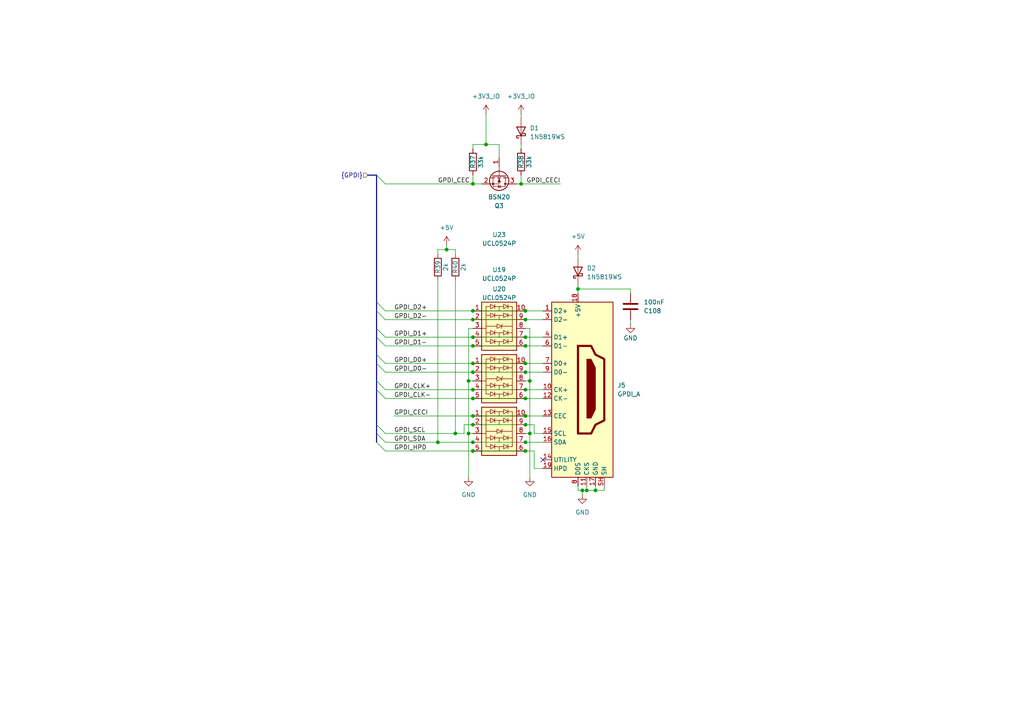
<source format=kicad_sch>
(kicad_sch (version 20250114) (generator "eeschema") (generator_version "9.0")
  (paper "A4")
  (title_block (title "Icepi CM0") (date "2025-11-03") (rev "v1.0") (company "Icy Electronics") (comment 1 "Chengyin Yao (cheyao)") (comment 2 "https://github.com/cheyao/icepi-cm0"))
  (lib_symbols
    (symbol "Device:C" (pin_numbers (hide yes)) (pin_names (offset 0.254))
      (property "Reference" "C" (at 0.635 2.54 0))
      (property "Value" "C" (at 0.635 -2.54 0))
      (symbol "C_0_1"
        (polyline (pts (xy -2.032 0.762) (xy 2.032 0.762)) (stroke (width 0.508)))
        (polyline (pts (xy -2.032 -0.762) (xy 2.032 -0.762)) (stroke (width 0.508)))
      )
      (symbol "C_1_1"
        (pin passive line (at 0 3.81 270) (length 2.794) (name "~") (number "1"))
        (pin passive line (at 0 -3.81 90) (length 2.794) (name "~") (number "2"))
      )
    )
    (symbol "Device:R" (pin_numbers (hide yes)) (pin_names (offset 0))
      (property "Reference" "R" (at 2.032 0 90))
      (property "Value" "R" (at 0 0 90))
      (symbol "R_0_1"
        (rectangle (start -1.016 -2.54) (end 1.016 2.54) (stroke (width 0.254)))
      )
      (symbol "R_1_1"
        (pin passive line (at 0 3.81 270) (length 1.27) (name "~") (number "1"))
        (pin passive line (at 0 -3.81 90) (length 1.27) (name "~") (number "2"))
      )
    )
    (symbol "Diode:1N5819WS" (pin_numbers (hide yes)) (pin_names (offset 1.016) (hide yes))
      (property "Reference" "D" (at 0 2.54 0))
      (property "Value" "1N5819WS" (at 0 -2.54 0))
      (symbol "1N5819WS_0_1"
        (polyline (pts (xy -1.905 0.635) (xy -1.905 1.27) (xy -1.27 1.27) (xy -1.27 -1.27) (xy -0.635 -1.27) (xy -0.635 -0.635)) (stroke (width 0.254)))
        (polyline (pts (xy 1.27 1.27) (xy 1.27 -1.27) (xy -1.27 0) (xy 1.27 1.27)) (stroke (width 0.254)))
        (polyline (pts (xy 1.27 0) (xy -1.27 0)))
      )
      (symbol "1N5819WS_1_1"
        (pin passive line (at -3.81 0 0) (length 2.54) (name "K") (number "1"))
        (pin passive line (at 3.81 0 180) (length 2.54) (name "A") (number "2"))
      )
    )
    (symbol "Transistor_FET:BSN20" (pin_names (offset 0) (hide yes))
      (property "Reference" "Q" (at 5.08 1.905 0))
      (property "Value" "BSN20" (at 5.08 0 0))
      (symbol "BSN20_0_1"
        (polyline (pts (xy 0.254 1.905) (xy 0.254 -1.905)) (stroke (width 0.254)))
        (polyline (pts (xy 0.254 0) (xy -2.54 0)))
        (polyline (pts (xy 0.762 2.286) (xy 0.762 1.27)) (stroke (width 0.254)))
        (polyline (pts (xy 0.762 0.508) (xy 0.762 -0.508)) (stroke (width 0.254)))
        (polyline (pts (xy 0.762 -1.27) (xy 0.762 -2.286)) (stroke (width 0.254)))
        (polyline (pts (xy 0.762 -1.778) (xy 3.302 -1.778) (xy 3.302 1.778) (xy 0.762 1.778)))
        (polyline (pts (xy 1.016 0) (xy 2.032 0.381) (xy 2.032 -0.381) (xy 1.016 0)) (fill (type outline)))
        (circle (center 1.651 0) (radius 2.794) (stroke (width 0.254)))
        (polyline (pts (xy 2.54 2.54) (xy 2.54 1.778)))
        (circle (center 2.54 1.778) (radius 0.254) (fill (type outline)))
        (circle (center 2.54 -1.778) (radius 0.254) (fill (type outline)))
        (polyline (pts (xy 2.54 -2.54) (xy 2.54 0) (xy 0.762 0)))
        (polyline (pts (xy 2.921 0.381) (xy 3.683 0.381)))
        (polyline (pts (xy 3.302 0.381) (xy 2.921 -0.254) (xy 3.683 -0.254) (xy 3.302 0.381)))
      )
      (symbol "BSN20_1_1"
        (pin input line (at -5.08 0 0) (length 2.54) (name "G") (number "1"))
        (pin passive line (at 2.54 5.08 270) (length 2.54) (name "D") (number "3"))
        (pin passive line (at 2.54 -5.08 90) (length 2.54) (name "S") (number "2"))
      )
    )
    (symbol "cm0:+3V3_IO" (power) (pin_numbers (hide yes)) (pin_names (offset 0) (hide yes))
      (property "Value" "+3V3_IO" (at 0 3.556 0))
      (symbol "+3V3_IO_0_1"
        (polyline (pts (xy -0.762 1.27) (xy 0 2.54)))
        (polyline (pts (xy 0 2.54) (xy 0.762 1.27)))
        (polyline (pts (xy 0 0) (xy 0 2.54)))
      )
      (symbol "+3V3_IO_1_1"
        (pin power_in line (at 0 0 90) (length 0) (name "~") (number "1"))
      )
    )
    (symbol "cm0:GPDI_A"
      (property "Reference" "J" (at -6.35 26.67 0))
      (property "Value" "GPDI_A" (at 7.112 26.67 0))
      (symbol "GPDI_A_0_1"
        (rectangle (start -7.62 25.4) (end 10.16 -25.4) (stroke (width 0.254)) (fill (type background)))
        (polyline (pts (xy 0 12.7) (xy 0 -12.7) (xy 3.81 -12.7) (xy 5.08 -10.16) (xy 7.62 -8.89) (xy 7.62 8.89) (xy 5.08 10.16) (xy 3.81 12.7) (xy 0 12.7)) (stroke (width 0.635)))
        (polyline (pts (xy 2.54 8.89) (xy 3.81 8.89) (xy 5.08 6.35) (xy 5.08 -5.715) (xy 3.81 -8.255) (xy 2.54 -8.255) (xy 2.54 8.89)) (fill (type outline)))
      )
      (symbol "GPDI_A_1_1"
        (pin passive line (at -10.16 22.86 0) (length 2.54) (name "D2+") (number "1"))
        (pin passive line (at -10.16 20.32 0) (length 2.54) (name "D2-") (number "3"))
        (pin passive line (at -10.16 15.24 0) (length 2.54) (name "D1+") (number "4"))
        (pin passive line (at -10.16 12.7 0) (length 2.54) (name "D1-") (number "6"))
        (pin passive line (at -10.16 7.62 0) (length 2.54) (name "D0+") (number "7"))
        (pin passive line (at -10.16 5.08 0) (length 2.54) (name "D0-") (number "9"))
        (pin passive line (at -10.16 0 0) (length 2.54) (name "CK+") (number "10"))
        (pin passive line (at -10.16 -2.54 0) (length 2.54) (name "CK-") (number "12"))
        (pin bidirectional line (at -10.16 -7.62 0) (length 2.54) (name "CEC") (number "13"))
        (pin passive line (at -10.16 -12.7 0) (length 2.54) (name "SCL") (number "15"))
        (pin bidirectional line (at -10.16 -15.24 0) (length 2.54) (name "SDA") (number "16"))
        (pin passive line (at -10.16 -20.32 0) (length 2.54) (name "UTILITY") (number "14"))
        (pin passive line (at -10.16 -22.86 0) (length 2.54) (name "HPD") (number "19"))
        (pin power_in line (at 0 27.94 270) (length 2.54) (name "+5V") (number "18"))
        (pin power_in line (at 0 -27.94 90) (length 2.54) (hide yes) (name "D2S") (number "2"))
        (pin power_in line (at 0 -27.94 90) (length 2.54) (hide yes) (name "D1S") (number "5"))
        (pin power_in line (at 0 -27.94 90) (length 2.54) (name "D0S") (number "8"))
        (pin power_in line (at 2.54 -27.94 90) (length 2.54) (name "CKS") (number "11"))
        (pin power_in line (at 5.08 -27.94 90) (length 2.54) (name "GND") (number "17"))
        (pin passive line (at 7.62 -27.94 90) (length 2.54) (name "SH") (number "SH"))
      )
    )
    (symbol "cm0:UCL0524P"
      (property "Reference" "U" (at 0 10.922 0))
      (property "Value" "UCL0524P" (at 0 8.89 0))
      (symbol "UCL0524P_0_1"
        (polyline (pts (xy -5.08 5.08) (xy 5.08 5.08) (xy 0 5.08)))
        (polyline (pts (xy -5.08 2.54) (xy 5.08 2.54) (xy 0 2.54)))
        (polyline (pts (xy -5.08 0) (xy -3.81 0)))
        (polyline (pts (xy -5.08 -2.54) (xy 5.08 -2.54) (xy 0 -2.54)))
        (polyline (pts (xy -5.08 -5.08) (xy 5.08 -5.08) (xy 0 -5.08)))
        (polyline (pts (xy -3.81 6.35) (xy -2.54 6.35)))
        (polyline (pts (xy -3.81 -1.27) (xy -2.54 -1.27)))
        (polyline (pts (xy -3.81 -3.81) (xy -3.81 6.35)))
        (polyline (pts (xy -2.54 5.715) (xy -2.54 6.985) (xy -1.27 6.35) (xy -2.54 5.715)))
        (polyline (pts (xy -2.54 3.81) (xy -3.81 3.81)))
        (polyline (pts (xy -2.54 3.175) (xy -2.54 4.445) (xy -1.27 3.81) (xy -2.54 3.175)))
        (polyline (pts (xy -2.54 -1.905) (xy -2.54 -0.635) (xy -1.27 -1.27) (xy -2.54 -1.905)))
        (polyline (pts (xy -2.54 -3.81) (xy -3.81 -3.81)))
        (polyline (pts (xy -2.54 -4.445) (xy -2.54 -3.175) (xy -1.27 -3.81) (xy -2.54 -4.445)))
        (polyline (pts (xy -1.27 6.985) (xy -1.27 5.715)))
        (polyline (pts (xy -1.27 6.35) (xy 1.27 6.35)))
        (polyline (pts (xy -1.27 4.445) (xy -1.27 3.175)))
        (polyline (pts (xy -1.27 3.81) (xy 1.27 3.81)))
        (polyline (pts (xy -1.27 -0.635) (xy -1.27 -1.905)))
        (polyline (pts (xy -1.27 -1.27) (xy 1.27 -1.27)))
        (polyline (pts (xy -1.27 -3.175) (xy -1.27 -4.445)))
        (polyline (pts (xy -1.27 -3.81) (xy 1.27 -3.81)))
        (polyline (pts (xy -0.635 0.635) (xy -3.81 0.635)))
        (polyline (pts (xy 0 5.08) (xy 0 6.35)))
        (polyline (pts (xy 0 2.54) (xy 0 3.81)))
        (polyline (pts (xy 0 -2.54) (xy 0 -1.27)))
        (polyline (pts (xy 0 -5.08) (xy 0 -3.81)))
        (polyline (pts (xy 0.127 0) (xy 0.127 0)))
        (polyline (pts (xy 0.635 0.635) (xy 3.81 0.635)))
        (polyline (pts (xy 1.016 1.27) (xy 0.762 1.016) (xy 0.762 0.254) (xy 0.508 0)))
        (polyline (pts (xy 1.27 5.715) (xy 1.27 6.985) (xy 2.54 6.35) (xy 1.27 5.715)))
        (polyline (pts (xy 1.27 3.175) (xy 1.27 4.445) (xy 2.54 3.81) (xy 1.27 3.175)))
        (polyline (pts (xy 1.27 -1.905) (xy 1.27 -0.635) (xy 2.54 -1.27) (xy 1.27 -1.905)))
        (polyline (pts (xy 1.27 -4.445) (xy 1.27 -3.175) (xy 2.54 -3.81) (xy 1.27 -4.445)))
        (polyline (pts (xy 2.54 6.985) (xy 2.54 5.715)))
        (polyline (pts (xy 2.54 6.35) (xy 3.81 6.35)))
        (polyline (pts (xy 2.54 4.445) (xy 2.54 3.175)))
        (polyline (pts (xy 2.54 -0.635) (xy 2.54 -1.905)))
        (polyline (pts (xy 2.54 -1.27) (xy 3.81 -1.27)))
        (polyline (pts (xy 2.54 -3.175) (xy 2.54 -4.445)))
        (polyline (pts (xy 2.54 -3.81) (xy 3.81 -3.81)))
        (polyline (pts (xy 3.81 3.81) (xy 2.54 3.81)))
        (polyline (pts (xy 3.81 -3.81) (xy 3.81 6.35)))
      )
      (symbol "UCL0524P_1_1"
        (rectangle (start -5.08 7.62) (end 5.08 -6.35) (stroke (width 0.254)) (fill (type background)))
        (polyline (pts (xy -0.635 1.27) (xy -0.635 0) (xy 0.635 0.635) (xy -0.635 1.27)))
        (pin passive line (at -7.62 5.08 0) (length 2.54) (name "~") (number "1"))
        (pin passive line (at -7.62 2.54 0) (length 2.54) (name "~") (number "2"))
        (pin passive line (at -7.62 0 0) (length 2.54) (name "") (number "3"))
        (pin passive line (at -7.62 -2.54 0) (length 2.54) (name "~") (number "4"))
        (pin passive line (at -7.62 -5.08 0) (length 2.54) (name "~") (number "5"))
        (pin passive line (at 7.62 5.08 180) (length 2.54) (name "~") (number "10"))
        (pin passive line (at 7.62 2.54 180) (length 2.54) (name "~") (number "9"))
        (pin passive line (at 7.62 0 180) (length 2.54) (name "") (number "8"))
        (pin passive line (at 7.62 -2.54 180) (length 2.54) (name "~") (number "7"))
        (pin passive line (at 7.62 -5.08 180) (length 2.54) (name "~") (number "6"))
      )
    )
    (symbol "power:+5V" (power) (pin_numbers (hide yes)) (pin_names (offset 0) (hide yes))
      (property "Value" "+5V" (at 0 3.556 0))
      (symbol "+5V_0_1"
        (polyline (pts (xy -0.762 1.27) (xy 0 2.54)))
        (polyline (pts (xy 0 2.54) (xy 0.762 1.27)))
        (polyline (pts (xy 0 0) (xy 0 2.54)))
      )
      (symbol "+5V_1_1"
        (pin power_in line (at 0 0 90) (length 0) (name "~") (number "1"))
      )
    )
    (symbol "power:GND" (power) (pin_numbers (hide yes)) (pin_names (offset 0) (hide yes))
      (property "Value" "GND" (at 0 -3.81 0))
      (symbol "GND_0_1"
        (polyline (pts (xy 0 0) (xy 0 -1.27) (xy 1.27 -1.27) (xy 0 -2.54) (xy -1.27 -1.27) (xy 0 -1.27)))
      )
      (symbol "GND_1_1"
        (pin power_in line (at 0 0 270) (length 0) (name "~") (number "1"))
      )
    )
  )
  (bus_alias "GPDI" (members "GPDI_D2+" "GPDI_D2-" "GPDI_D1+" "GPDI_D1-" "GPDI_D0+" "GPDI_D0-" "GPDI_CLK+" "GPDI_CLK-" "GPDI_CEC" "GPDI_SDA" "GPDI_SCL" "GPDI_HPD"))
  (junction (at 152.4 120.65))
  (junction (at 137.16 113.03))
  (junction (at 135.89 110.49))
  (junction (at 152.4 90.17))
  (junction (at 137.16 105.41))
  (junction (at 168.91 142.24))
  (junction (at 153.67 125.73))
  (junction (at 137.16 120.65))
  (junction (at 137.16 90.17))
  (junction (at 132.08 125.73))
  (junction (at 127 128.27))
  (junction (at 170.18 142.24))
  (junction (at 135.89 125.73))
  (junction (at 152.4 113.03))
  (junction (at 152.4 105.41))
  (junction (at 137.16 100.33))
  (junction (at 137.16 128.27))
  (junction (at 137.16 107.95))
  (junction (at 152.4 100.33))
  (junction (at 137.16 123.19))
  (junction (at 152.4 128.27))
  (junction (at 153.67 110.49))
  (junction (at 172.72 142.24))
  (junction (at 137.16 115.57))
  (junction (at 167.64 83.82))
  (junction (at 152.4 123.19))
  (junction (at 152.4 130.81))
  (junction (at 152.4 97.79))
  (junction (at 140.97 41.91))
  (junction (at 137.16 53.34))
  (junction (at 152.4 115.57))
  (junction (at 152.4 107.95))
  (junction (at 129.54 72.39))
  (junction (at 137.16 92.71))
  (junction (at 137.16 97.79))
  (junction (at 137.16 130.81))
  (junction (at 151.13 53.34))
  (junction (at 152.4 92.71))
  (no_connect (at 157.48 133.35))
  (bus_entry (at 111.76 130.81) (size -2.54 -2.54))
  (bus_entry (at 111.76 105.41) (size -2.54 -2.54))
  (bus_entry (at 111.76 53.34) (size -2.54 -2.54))
  (bus_entry (at 111.76 128.27) (size -2.54 -2.54))
  (bus_entry (at 111.76 100.33) (size -2.54 -2.54))
  (bus_entry (at 111.76 115.57) (size -2.54 -2.54))
  (bus_entry (at 111.76 113.03) (size -2.54 -2.54))
  (bus_entry (at 111.76 107.95) (size -2.54 -2.54))
  (bus_entry (at 111.76 90.17) (size -2.54 -2.54))
  (bus_entry (at 111.76 97.79) (size -2.54 -2.54))
  (bus_entry (at 111.76 92.71) (size -2.54 -2.54))
  (bus_entry (at 111.76 125.73) (size -2.54 -2.54))
  (bus (pts (xy 109.22 113.03) (xy 109.22 123.19)))
  (wire (pts (xy 135.89 110.49) (xy 137.16 110.49)))
  (wire (pts (xy 144.78 41.91) (xy 144.78 45.72)))
  (wire (pts (xy 111.76 113.03) (xy 137.16 113.03)))
  (wire (pts (xy 134.62 123.19) (xy 134.62 125.73)))
  (bus (pts (xy 109.22 102.87) (xy 109.22 105.41)))
  (wire (pts (xy 137.16 97.79) (xy 152.4 97.79)))
  (wire (pts (xy 135.89 125.73) (xy 135.89 110.49)))
  (wire (pts (xy 129.54 72.39) (xy 132.08 72.39)))
  (wire (pts (xy 152.4 130.81) (xy 154.94 130.81)))
  (wire (pts (xy 127 72.39) (xy 127 73.66)))
  (wire (pts (xy 111.76 107.95) (xy 137.16 107.95)))
  (wire (pts (xy 170.18 142.24) (xy 172.72 142.24)))
  (wire (pts (xy 129.54 72.39) (xy 127 72.39)))
  (wire (pts (xy 132.08 125.73) (xy 134.62 125.73)))
  (wire (pts (xy 168.91 143.51) (xy 168.91 142.24)))
  (wire (pts (xy 140.97 33.02) (xy 140.97 41.91)))
  (wire (pts (xy 137.16 100.33) (xy 152.4 100.33)))
  (wire (pts (xy 137.16 120.65) (xy 152.4 120.65)))
  (wire (pts (xy 149.86 53.34) (xy 151.13 53.34)))
  (wire (pts (xy 153.67 95.25) (xy 152.4 95.25)))
  (wire (pts (xy 172.72 142.24) (xy 172.72 140.97)))
  (wire (pts (xy 151.13 53.34) (xy 162.56 53.34)))
  (wire (pts (xy 152.4 123.19) (xy 137.16 123.19)))
  (wire (pts (xy 135.89 110.49) (xy 135.89 95.25)))
  (wire (pts (xy 152.4 92.71) (xy 157.48 92.71)))
  (wire (pts (xy 153.67 125.73) (xy 153.67 138.43)))
  (wire (pts (xy 170.18 140.97) (xy 170.18 142.24)))
  (wire (pts (xy 152.4 115.57) (xy 157.48 115.57)))
  (bus (pts (xy 109.22 87.63) (xy 109.22 50.8)))
  (wire (pts (xy 135.89 95.25) (xy 137.16 95.25)))
  (wire (pts (xy 137.16 107.95) (xy 152.4 107.95)))
  (wire (pts (xy 153.67 110.49) (xy 153.67 125.73)))
  (wire (pts (xy 111.76 115.57) (xy 137.16 115.57)))
  (wire (pts (xy 152.4 120.65) (xy 157.48 120.65)))
  (wire (pts (xy 167.64 73.66) (xy 167.64 74.93)))
  (wire (pts (xy 137.16 90.17) (xy 152.4 90.17)))
  (wire (pts (xy 137.16 130.81) (xy 152.4 130.81)))
  (wire (pts (xy 132.08 72.39) (xy 132.08 73.66)))
  (wire (pts (xy 111.76 97.79) (xy 137.16 97.79)))
  (wire (pts (xy 154.94 135.89) (xy 157.48 135.89)))
  (wire (pts (xy 168.91 142.24) (xy 170.18 142.24)))
  (wire (pts (xy 167.64 140.97) (xy 167.64 142.24)))
  (wire (pts (xy 152.4 128.27) (xy 157.48 128.27)))
  (wire (pts (xy 152.4 100.33) (xy 157.48 100.33)))
  (wire (pts (xy 111.76 92.71) (xy 137.16 92.71)))
  (wire (pts (xy 111.76 130.81) (xy 137.16 130.81)))
  (wire (pts (xy 152.4 113.03) (xy 157.48 113.03)))
  (wire (pts (xy 167.64 83.82) (xy 167.64 85.09)))
  (bus (pts (xy 109.22 105.41) (xy 109.22 110.49)))
  (wire (pts (xy 151.13 33.02) (xy 151.13 34.29)))
  (wire (pts (xy 111.76 125.73) (xy 132.08 125.73)))
  (wire (pts (xy 127 128.27) (xy 137.16 128.27)))
  (wire (pts (xy 154.94 125.73) (xy 154.94 123.19)))
  (wire (pts (xy 140.97 41.91) (xy 137.16 41.91)))
  (wire (pts (xy 152.4 90.17) (xy 157.48 90.17)))
  (wire (pts (xy 137.16 53.34) (xy 137.16 50.8)))
  (wire (pts (xy 167.64 83.82) (xy 182.88 83.82)))
  (wire (pts (xy 154.94 123.19) (xy 152.4 123.19)))
  (wire (pts (xy 114.3 120.65) (xy 137.16 120.65)))
  (wire (pts (xy 137.16 115.57) (xy 152.4 115.57)))
  (wire (pts (xy 182.88 83.82) (xy 182.88 85.09)))
  (wire (pts (xy 140.97 41.91) (xy 144.78 41.91)))
  (wire (pts (xy 139.7 53.34) (xy 137.16 53.34)))
  (wire (pts (xy 132.08 81.28) (xy 132.08 125.73)))
  (bus (pts (xy 109.22 125.73) (xy 109.22 123.19)))
  (wire (pts (xy 151.13 41.91) (xy 151.13 43.18)))
  (bus (pts (xy 109.22 97.79) (xy 109.22 102.87)))
  (bus (pts (xy 109.22 90.17) (xy 109.22 95.25)))
  (wire (pts (xy 111.76 100.33) (xy 137.16 100.33)))
  (wire (pts (xy 127 81.28) (xy 127 128.27)))
  (wire (pts (xy 137.16 128.27) (xy 152.4 128.27)))
  (wire (pts (xy 153.67 110.49) (xy 153.67 95.25)))
  (wire (pts (xy 152.4 105.41) (xy 157.48 105.41)))
  (wire (pts (xy 182.88 92.71) (xy 182.88 93.98)))
  (wire (pts (xy 137.16 123.19) (xy 134.62 123.19)))
  (wire (pts (xy 135.89 125.73) (xy 135.89 138.43)))
  (wire (pts (xy 154.94 130.81) (xy 154.94 135.89)))
  (wire (pts (xy 157.48 125.73) (xy 154.94 125.73)))
  (wire (pts (xy 172.72 142.24) (xy 175.26 142.24)))
  (wire (pts (xy 152.4 107.95) (xy 157.48 107.95)))
  (wire (pts (xy 168.91 142.24) (xy 167.64 142.24)))
  (wire (pts (xy 111.76 53.34) (xy 137.16 53.34)))
  (wire (pts (xy 137.16 113.03) (xy 152.4 113.03)))
  (wire (pts (xy 135.89 125.73) (xy 137.16 125.73)))
  (wire (pts (xy 111.76 90.17) (xy 137.16 90.17)))
  (wire (pts (xy 152.4 97.79) (xy 157.48 97.79)))
  (wire (pts (xy 111.76 128.27) (xy 127 128.27)))
  (wire (pts (xy 111.76 105.41) (xy 137.16 105.41)))
  (bus (pts (xy 109.22 95.25) (xy 109.22 97.79)))
  (wire (pts (xy 152.4 125.73) (xy 153.67 125.73)))
  (wire (pts (xy 175.26 142.24) (xy 175.26 140.97)))
  (wire (pts (xy 167.64 82.55) (xy 167.64 83.82)))
  (wire (pts (xy 152.4 110.49) (xy 153.67 110.49)))
  (wire (pts (xy 129.54 71.12) (xy 129.54 72.39)))
  (bus (pts (xy 109.22 90.17) (xy 109.22 87.63)))
  (bus (pts (xy 109.22 125.73) (xy 109.22 128.27)))
  (wire (pts (xy 137.16 92.71) (xy 152.4 92.71)))
  (bus (pts (xy 109.22 110.49) (xy 109.22 113.03)))
  (bus (pts (xy 109.22 50.8) (xy 106.68 50.8)))
  (wire (pts (xy 137.16 41.91) (xy 137.16 43.18)))
  (wire (pts (xy 137.16 105.41) (xy 152.4 105.41)))
  (wire (pts (xy 151.13 50.8) (xy 151.13 53.34)))
  (label "GPDI_CLK+" (at 114.3 113.03 0))
  (label "GPDI_CECI" (at 114.3 120.65 0))
  (label "GPDI_D2-" (at 114.3 92.71 0))
  (label "GPDI_SCL" (at 114.3 125.73 0))
  (label "GPDI_D1-" (at 114.3 100.33 0))
  (label "GPDI_CECI" (at 162.56 53.34 180))
  (label "GPDI_CEC" (at 127 53.34 0))
  (label "GPDI_D1+" (at 114.3 97.79 0))
  (label "GPDI_HPD" (at 114.3 130.81 0))
  (label "GPDI_CLK-" (at 114.3 115.57 0))
  (label "GPDI_D2+" (at 114.3 90.17 0))
  (label "GPDI_D0-" (at 114.3 107.95 0))
  (label "GPDI_SDA" (at 114.3 128.27 0))
  (label "GPDI_D0+" (at 114.3 105.41 0))
  (hierarchical_label "{GPDI}" (shape input) (at 106.68 50.8 180))
  (symbol (lib_id "Diode:1N5819WS") (at 151.13 38.1 90) (unit 1)
    (property "Reference" "D1" (at 153.67 37.1474 90) (effects (justify right)))
    (property "Value" "1N5819WS" (at 153.67 39.6874 90) (effects (justify right)))
    (property "Footprint" "Diode_SMD:D_SOD-323" (effects (hide yes)))
    (property "Datasheet" "https://datasheet.lcsc.com/lcsc/2204281430_Guangdong-Hottech-1N5819WS_C191023.pdf" (effects (hide yes)))
    (property "Description" "40V 600mV@1A 1A SOD-323 Schottky Barrier Diodes, SOD-323" (effects (hide yes)))
    (property "LCSC Part #" "C191023" (effects (hide yes)))
  )
  (symbol (lib_id "Device:R") (at 127 77.47 0) (mirror x) (unit 1)
    (property "Reference" "R39" (at 127 77.47 90))
    (property "Value" "2k" (at 129.286 77.47 90))
    (property "Footprint" "Resistor_SMD:R_0402_1005Metric" (effects (hide yes)))
    (property "Description" "Resistor" (effects (hide yes)))
    (property "LCSC Part #" "C4109" (effects (hide yes)))
  )
  (symbol (lib_id "cm0:UCL0524P") (at 144.78 95.25 0) (unit 1)
    (property "Reference" "U19" (at 144.78 78.232 0))
    (property "Value" "UCL0524P" (at 144.78 80.772 0))
    (property "Footprint" "Package_DFN_QFN:Diodes_UDFN-10_1.0x2.5mm_P0.5mm" (effects (hide yes)))
    (property "Datasheet" "https://www.lcsc.com/datasheet/C2835428.pdf" (effects (hide yes)))
    (property "Description" "13V 70W@8/20us 7.5V Unidirectional 5V DFN2510-10 TVS Diode" (effects (hide yes)))
    (property "LCSC Part #" "C2835428" (effects (hide yes)))
    (property "FT Rotation Offset" "-90" (effects (hide yes)))
  )
  (symbol (lib_id "Device:C") (at 182.88 88.9 0) (mirror x) (unit 1)
    (property "Reference" "C108" (at 186.69 90.1701 0) (effects (justify left)))
    (property "Value" "100nF" (at 186.69 87.6301 0) (effects (justify left)))
    (property "Footprint" "Capacitor_SMD:C_0402_1005Metric" (effects (hide yes)))
    (property "Description" "Unpolarized capacitor" (effects (hide yes)))
    (property "LCSC Part #" "C1525" (effects (hide yes)))
  )
  (symbol (lib_id "cm0:+3V3_IO") (at 151.13 33.02 0) (unit 1)
    (property "Reference" "#PWR0122" (effects (hide yes)))
    (property "Value" "+3V3_IO" (at 151.13 27.94 0))
    (property "Description" "Power symbol creates a global label with name \"+3V3_IO\"" (effects (hide yes)))
  )
  (symbol (lib_id "Device:R") (at 151.13 46.99 0) (unit 1)
    (property "Reference" "R38" (at 151.13 46.99 90))
    (property "Value" "33k" (at 153.416 46.99 90))
    (property "Footprint" "Resistor_SMD:R_0402_1005Metric" (effects (hide yes)))
    (property "Description" "Resistor" (effects (hide yes)))
    (property "LCSC Part #" "C25779" (effects (hide yes)))
  )
  (symbol (lib_id "Transistor_FET:BSN20") (at 144.78 50.8 270) (unit 1)
    (property "Reference" "Q3" (at 144.78 59.69 90))
    (property "Value" "BSN20" (at 144.78 57.15 90))
    (property "Footprint" "Package_TO_SOT_SMD:SOT-23" (effects (hide yes)))
    (property "Datasheet" "http://www.diodes.com/assets/Datasheets/ds31898.pdf" (effects (hide yes)))
    (property "Description" "0.5A Id, 50V Vds, N-Channel MOSFET, SOT-23" (effects (hide yes)))
    (property "LCSC Part #" "C116157" (effects (hide yes)))
  )
  (symbol (lib_id "power:GND") (at 153.67 138.43 0) (unit 1)
    (property "Reference" "#PWR0127" (effects (hide yes)))
    (property "Value" "GND" (at 153.67 143.51 0))
    (property "Description" "Power symbol creates a global label with name \"GND\" , ground" (effects (hide yes)))
  )
  (symbol (lib_id "power:GND") (at 135.89 138.43 0) (unit 1)
    (property "Reference" "#PWR0126" (effects (hide yes)))
    (property "Value" "GND" (at 135.89 143.51 0))
    (property "Description" "Power symbol creates a global label with name \"GND\" , ground" (effects (hide yes)))
  )
  (symbol (lib_id "power:GND") (at 182.88 93.98 0) (mirror y) (unit 1)
    (property "Reference" "#PWR0125" (effects (hide yes)))
    (property "Value" "GND" (at 182.88 98.044 0))
    (property "Description" "Power symbol creates a global label with name \"GND\" , ground" (effects (hide yes)))
  )
  (symbol (lib_id "power:GND") (at 168.91 143.51 0) (unit 1)
    (property "Reference" "#PWR0128" (effects (hide yes)))
    (property "Value" "GND" (at 168.91 148.59 0))
    (property "Description" "Power symbol creates a global label with name \"GND\" , ground" (effects (hide yes)))
  )
  (symbol (lib_id "Device:R") (at 132.08 77.47 0) (mirror x) (unit 1)
    (property "Reference" "R40" (at 132.08 77.47 90))
    (property "Value" "2k" (at 134.366 77.47 90))
    (property "Footprint" "Resistor_SMD:R_0402_1005Metric" (effects (hide yes)))
    (property "Description" "Resistor" (effects (hide yes)))
    (property "LCSC Part #" "C4109" (effects (hide yes)))
  )
  (symbol (lib_id "Diode:1N5819WS") (at 167.64 78.74 90) (unit 1)
    (property "Reference" "D2" (at 170.18 77.7874 90) (effects (justify right)))
    (property "Value" "1N5819WS" (at 170.18 80.3274 90) (effects (justify right)))
    (property "Footprint" "Diode_SMD:D_SOD-323" (effects (hide yes)))
    (property "Datasheet" "https://datasheet.lcsc.com/lcsc/2204281430_Guangdong-Hottech-1N5819WS_C191023.pdf" (effects (hide yes)))
    (property "Description" "40V 600mV@1A 1A SOD-323 Schottky Barrier Diodes, SOD-323" (effects (hide yes)))
    (property "LCSC Part #" "C191023" (effects (hide yes)))
  )
  (symbol (lib_id "cm0:UCL0524P") (at 144.78 110.49 0) (unit 1)
    (property "Reference" "U20" (at 144.78 83.82 0))
    (property "Value" "UCL0524P" (at 144.78 86.36 0))
    (property "Footprint" "Package_DFN_QFN:Diodes_UDFN-10_1.0x2.5mm_P0.5mm" (effects (hide yes)))
    (property "Datasheet" "https://www.lcsc.com/datasheet/C2835428.pdf" (effects (hide yes)))
    (property "Description" "13V 70W@8/20us 7.5V Unidirectional 5V DFN2510-10 TVS Diode" (effects (hide yes)))
    (property "LCSC Part #" "C2835428" (effects (hide yes)))
    (property "FT Rotation Offset" "-90" (effects (hide yes)))
  )
  (symbol (lib_id "cm0:GPDI_A") (at 167.64 113.03 0) (unit 1)
    (property "Reference" "J5" (at 179.07 111.7599 0) (effects (justify left)))
    (property "Value" "GPDI_A" (at 179.07 114.2999 0) (effects (justify left)))
    (property "Footprint" "cm0:GPDI_A_XUNPU_001S" (effects (hide yes)))
    (property "Description" "GPDI type A connector" (effects (hide yes)))
    (property "LCSC Part #" "C720616" (effects (hide yes)))
  )
  (symbol (lib_id "power:+5V") (at 167.64 73.66 0) (unit 1)
    (property "Reference" "#PWR0124" (effects (hide yes)))
    (property "Value" "+5V" (at 167.64 68.58 0))
    (property "Description" "Power symbol creates a global label with name \"+5V\"" (effects (hide yes)))
  )
  (symbol (lib_id "cm0:UCL0524P") (at 144.78 125.73 0) (unit 1)
    (property "Reference" "U23" (at 144.78 68.072 0))
    (property "Value" "UCL0524P" (at 144.78 70.612 0))
    (property "Footprint" "Package_DFN_QFN:Diodes_UDFN-10_1.0x2.5mm_P0.5mm" (effects (hide yes)))
    (property "Datasheet" "https://www.lcsc.com/datasheet/C2835428.pdf" (effects (hide yes)))
    (property "Description" "13V 70W@8/20us 7.5V Unidirectional 5V DFN2510-10 TVS Diode" (effects (hide yes)))
    (property "LCSC Part #" "C2835428" (effects (hide yes)))
    (property "FT Rotation Offset" "-90" (effects (hide yes)))
  )
  (symbol (lib_id "power:+5V") (at 129.54 71.12 0) (unit 1)
    (property "Reference" "#PWR0123" (effects (hide yes)))
    (property "Value" "+5V" (at 129.54 66.04 0))
    (property "Description" "Power symbol creates a global label with name \"+5V\"" (effects (hide yes)))
  )
  (symbol (lib_id "cm0:+3V3_IO") (at 140.97 33.02 0) (unit 1)
    (property "Reference" "#PWR0121" (effects (hide yes)))
    (property "Value" "+3V3_IO" (at 140.97 27.94 0))
    (property "Description" "Power symbol creates a global label with name \"+3V3_IO\"" (effects (hide yes)))
  )
  (symbol (lib_id "Device:R") (at 137.16 46.99 0) (unit 1)
    (property "Reference" "R37" (at 137.16 46.99 90))
    (property "Value" "33k" (at 139.446 46.99 90))
    (property "Footprint" "Resistor_SMD:R_0402_1005Metric" (effects (hide yes)))
    (property "Description" "Resistor" (effects (hide yes)))
    (property "LCSC Part #" "C25779" (effects (hide yes)))
  )
)
</source>
